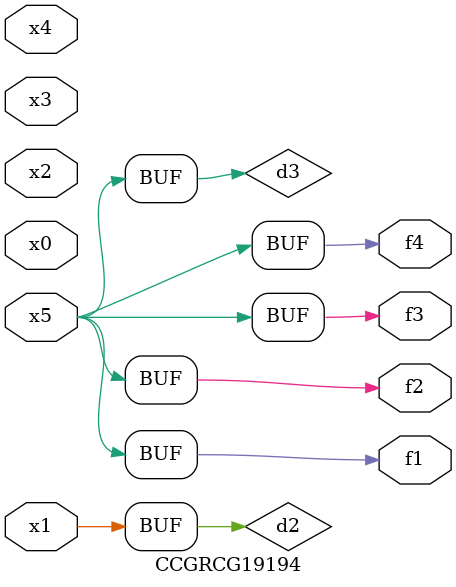
<source format=v>
module CCGRCG19194(
	input x0, x1, x2, x3, x4, x5,
	output f1, f2, f3, f4
);

	wire d1, d2, d3;

	not (d1, x5);
	or (d2, x1);
	xnor (d3, d1);
	assign f1 = d3;
	assign f2 = d3;
	assign f3 = d3;
	assign f4 = d3;
endmodule

</source>
